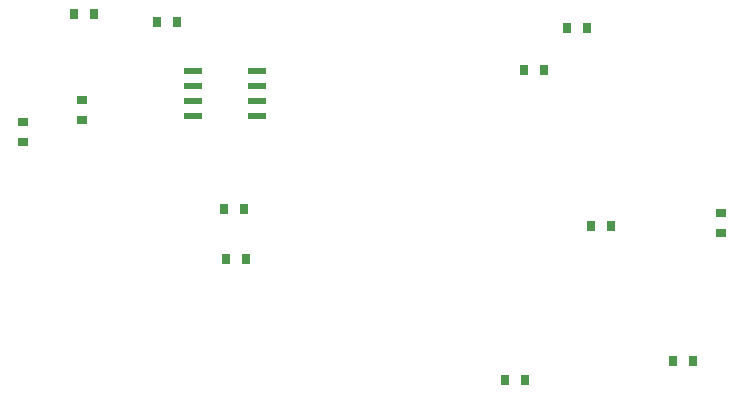
<source format=gtp>
G04*
G04 #@! TF.GenerationSoftware,Altium Limited,Altium Designer,22.6.1 (34)*
G04*
G04 Layer_Color=8421504*
%FSLAX44Y44*%
%MOMM*%
G71*
G04*
G04 #@! TF.SameCoordinates,B626A951-E2A4-4A94-A8BC-FC3AC09B0655*
G04*
G04*
G04 #@! TF.FilePolarity,Positive*
G04*
G01*
G75*
%ADD12R,1.5500X0.6000*%
%ADD13R,0.7800X0.9100*%
%ADD14R,0.9100X0.7800*%
D12*
X592430Y1187450D02*
D03*
X646430Y1174750D02*
D03*
Y1187450D02*
D03*
Y1162050D02*
D03*
Y1149350D02*
D03*
X592430Y1174750D02*
D03*
Y1162050D02*
D03*
Y1149350D02*
D03*
D13*
X508000Y1235710D02*
D03*
X491100D02*
D03*
X561340Y1229360D02*
D03*
X578240D02*
D03*
X619760Y1028700D02*
D03*
X636660D02*
D03*
X855980Y925830D02*
D03*
X872880D02*
D03*
X618490Y1070610D02*
D03*
X635390D02*
D03*
X998220Y942340D02*
D03*
X1015120D02*
D03*
X908930Y1224280D02*
D03*
X925830D02*
D03*
X946150Y1056640D02*
D03*
X929250D02*
D03*
X872100Y1188720D02*
D03*
X889000D02*
D03*
D14*
X448310Y1144660D02*
D03*
Y1127760D02*
D03*
X1038860Y1067190D02*
D03*
Y1050290D02*
D03*
X497840Y1146420D02*
D03*
Y1163320D02*
D03*
M02*

</source>
